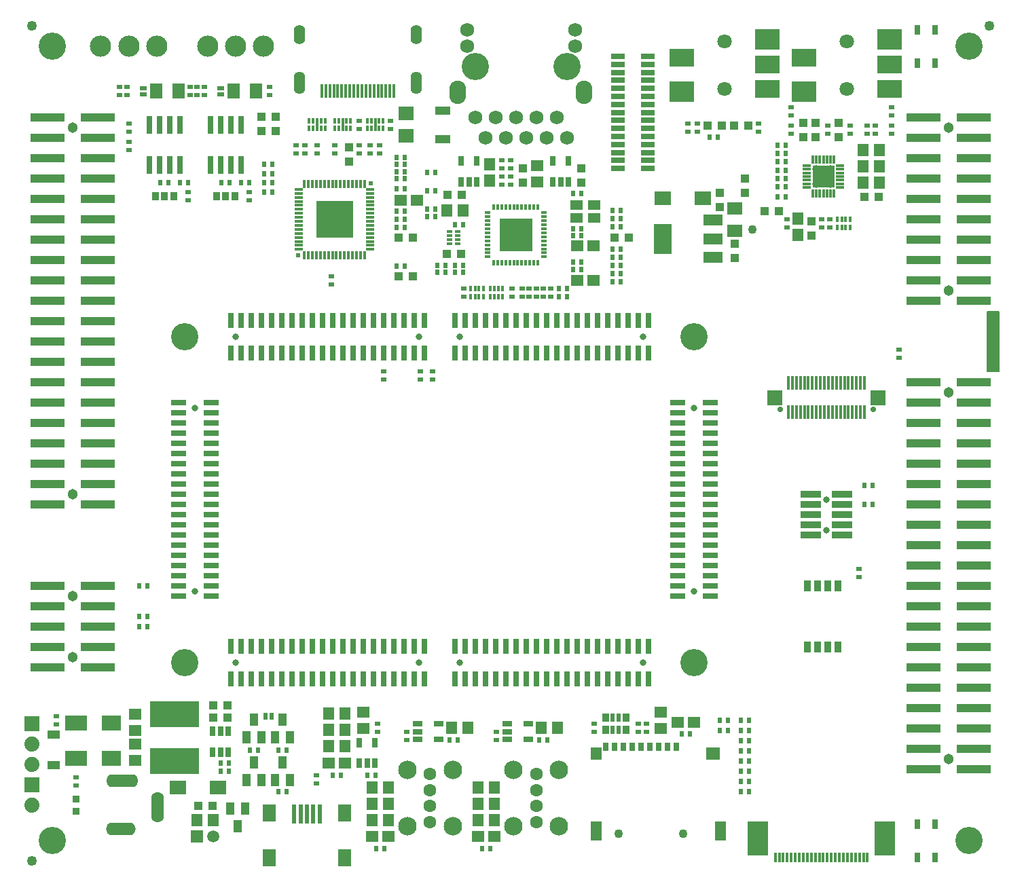
<source format=gbr>
G04 #@! TF.GenerationSoftware,KiCad,Pcbnew,5.1.0-rc2-unknown-036be7d~80~ubuntu16.04.1*
G04 #@! TF.CreationDate,2023-04-10T13:57:59+03:00*
G04 #@! TF.ProjectId,STMP15x-BASE-SOM-EVB_Rev_B,53544d50-3135-4782-9d42-4153452d534f,B*
G04 #@! TF.SameCoordinates,Original*
G04 #@! TF.FileFunction,Soldermask,Top*
G04 #@! TF.FilePolarity,Negative*
%FSLAX46Y46*%
G04 Gerber Fmt 4.6, Leading zero omitted, Abs format (unit mm)*
G04 Created by KiCad (PCBNEW 5.1.0-rc2-unknown-036be7d~80~ubuntu16.04.1) date 2023-04-10 13:57:59*
%MOMM*%
%LPD*%
G04 APERTURE LIST*
%ADD10C,0.100000*%
%ADD11R,0.700000X1.100000*%
%ADD12R,1.400000X1.600000*%
%ADD13R,1.800000X1.600000*%
%ADD14R,1.400000X2.400000*%
%ADD15C,1.101600*%
%ADD16R,0.861600X1.371600*%
%ADD17C,0.801600*%
%ADD18R,2.501600X0.861600*%
%ADD19R,0.751600X1.151600*%
%ADD20R,0.351600X1.301600*%
%ADD21R,2.601600X4.201600*%
%ADD22C,1.601600*%
%ADD23C,2.301600*%
%ADD24R,0.601600X2.351600*%
%ADD25R,1.501600X1.501600*%
%ADD26C,1.501600*%
%ADD27O,1.601600X3.801600*%
%ADD28O,3.701600X1.601600*%
%ADD29O,4.001600X1.601600*%
%ADD30C,1.879600*%
%ADD31R,1.879600X1.879600*%
%ADD32C,2.641600*%
%ADD33C,0.601600*%
%ADD34R,0.351600X1.001600*%
%ADD35R,1.001600X0.351600*%
%ADD36R,1.701600X1.701600*%
%ADD37R,4.601600X4.601600*%
%ADD38C,3.401600*%
%ADD39O,2.101600X2.901600*%
%ADD40C,1.751600*%
%ADD41R,1.751600X0.701600*%
%ADD42R,0.601600X0.651600*%
%ADD43R,1.524000X1.524000*%
%ADD44R,4.101600X4.101600*%
%ADD45R,0.751600X0.351600*%
%ADD46R,0.351600X0.751600*%
%ADD47C,1.801600*%
%ADD48R,3.101599X2.201600*%
%ADD49R,3.101599X2.601600*%
%ADD50R,1.371600X1.625600*%
%ADD51R,0.351600X1.701600*%
%ADD52C,0.701600*%
%ADD53R,1.901600X1.901600*%
%ADD54R,1.901600X0.801600*%
%ADD55R,1.117600X1.117600*%
%ADD56R,0.426600X0.726600*%
%ADD57R,0.351600X0.726600*%
%ADD58R,0.726600X0.426600*%
%ADD59R,0.726600X0.351600*%
%ADD60R,1.625600X1.371600*%
%ADD61R,1.301600X0.651600*%
%ADD62R,0.651600X0.601600*%
%ADD63O,1.401600X2.401600*%
%ADD64R,0.350000X1.700000*%
%ADD65O,1.401600X2.801600*%
%ADD66R,0.863600X1.117600*%
%ADD67R,0.609600X0.863600*%
%ADD68R,0.863600X0.609600*%
%ADD69R,2.101600X1.801600*%
%ADD70R,1.101600X1.501600*%
%ADD71R,0.901600X0.901600*%
%ADD72R,0.301600X0.776600*%
%ADD73R,0.401600X0.876600*%
%ADD74R,0.701600X2.301600*%
%ADD75R,2.336800X1.320800*%
%ADD76R,2.301600X3.701600*%
%ADD77C,1.254000*%
%ADD78R,1.879600X1.117600*%
%ADD79R,2.387600X1.879600*%
%ADD80R,1.501600X1.101600*%
%ADD81R,4.351600X1.101600*%
%ADD82C,1.301600*%
%ADD83R,2.801600X1.901600*%
%ADD84R,1.901600X1.701600*%
%ADD85R,0.801600X1.901600*%
%ADD86R,6.101600X3.301600*%
%ADD87C,3.401601*%
%ADD88R,1.501600X1.301600*%
%ADD89R,1.625600X1.879600*%
%ADD90R,1.879600X1.625600*%
%ADD91R,0.609600X1.117600*%
%ADD92R,0.651600X1.301600*%
%ADD93R,2.801600X2.801600*%
%ADD94C,0.991600*%
%ADD95C,1.701600*%
%ADD96R,1.001600X0.301600*%
%ADD97R,0.301600X1.001600*%
%ADD98C,0.203200*%
G04 APERTURE END LIST*
D10*
G36*
X115660000Y-136451000D02*
G01*
X115660000Y-138601000D01*
X117260000Y-138601000D01*
X117260000Y-136451000D01*
X115660000Y-136451000D01*
G37*
G36*
X115660000Y-142051000D02*
G01*
X115660000Y-144201000D01*
X117260000Y-144201000D01*
X117260000Y-142051000D01*
X115660000Y-142051000D01*
G37*
G36*
X106260000Y-136451000D02*
G01*
X106260000Y-138601000D01*
X107860000Y-138601000D01*
X107860000Y-136451000D01*
X106260000Y-136451000D01*
G37*
G36*
X106260000Y-142051000D02*
G01*
X106260000Y-144201000D01*
X107860000Y-144201000D01*
X107860000Y-142051000D01*
X106260000Y-142051000D01*
G37*
D11*
X149025000Y-129275000D03*
X150125000Y-129275000D03*
X151225000Y-129275000D03*
X152325000Y-129275000D03*
X153425000Y-129275000D03*
X154525000Y-129275000D03*
X155625000Y-129275000D03*
X156725000Y-129275000D03*
X157825000Y-129275000D03*
D12*
X147825000Y-130155000D03*
D13*
X162425000Y-130155000D03*
D14*
X147825000Y-139755000D03*
X163325000Y-139755000D03*
D15*
X158623000Y-140157200D03*
X150622000Y-140157200D03*
D16*
X177927000Y-116840000D03*
X176657000Y-116840000D03*
X175387000Y-116840000D03*
X174117000Y-116840000D03*
X174117000Y-109220000D03*
X175387000Y-109220000D03*
X176657000Y-109220000D03*
X177927000Y-109220000D03*
D17*
X176530000Y-102235000D03*
X176530000Y-98425000D03*
D18*
X174579500Y-101600000D03*
X174579500Y-100330000D03*
X174579500Y-97790000D03*
X174579500Y-99060000D03*
X174579500Y-102870000D03*
X178480500Y-97790000D03*
X178480500Y-99060000D03*
X178480500Y-100330000D03*
X178480500Y-101600000D03*
X178480500Y-102870000D03*
D19*
X187901000Y-43985000D03*
X187901000Y-39835000D03*
X190051000Y-43985000D03*
X190051000Y-39835000D03*
X187901000Y-143045000D03*
X187901000Y-138895000D03*
X190051000Y-143045000D03*
X190051000Y-138895000D03*
D20*
X181645000Y-143070000D03*
X181145000Y-143070000D03*
X180645000Y-143070000D03*
X180145000Y-143070000D03*
X179645000Y-143070000D03*
X179145000Y-143070000D03*
X178645000Y-143070000D03*
X178145000Y-143070000D03*
X177645000Y-143070000D03*
X177145000Y-143070000D03*
X176645000Y-143070000D03*
X176145000Y-143070000D03*
X175645000Y-143070000D03*
X175145000Y-143070000D03*
X174645000Y-143070000D03*
X174145000Y-143070000D03*
X173645000Y-143070000D03*
X173145000Y-143070000D03*
X172645000Y-143070000D03*
X172145000Y-143070000D03*
X171645000Y-143070000D03*
X171145000Y-143070000D03*
X170645000Y-143070000D03*
X170145000Y-143070000D03*
D21*
X183795000Y-140720000D03*
X167995000Y-140720000D03*
D22*
X140335000Y-132658600D03*
X140335000Y-134658600D03*
X140335000Y-136658600D03*
X140335000Y-138658600D03*
D23*
X143185000Y-139158600D03*
X137485000Y-139158600D03*
X143185000Y-132158600D03*
X137485000Y-132158600D03*
D22*
X127101600Y-132658601D03*
X127101600Y-134658601D03*
X127101600Y-136658601D03*
X127101600Y-138658601D03*
D23*
X129951600Y-139158601D03*
X124251600Y-139158601D03*
X129951600Y-132158601D03*
X124251600Y-132158601D03*
D24*
X113360000Y-137629000D03*
X112560000Y-137629000D03*
X111760000Y-137629000D03*
X110960000Y-137629000D03*
X110160000Y-137629000D03*
D25*
X98051620Y-140484860D03*
D26*
X100063300Y-140482320D03*
D27*
X93171999Y-136800000D03*
D28*
X88571999Y-139546000D03*
D29*
X88721999Y-133546000D03*
D30*
X77470000Y-136525000D03*
D31*
X77470000Y-133985000D03*
D30*
X77470000Y-131445000D03*
X77470000Y-128905000D03*
D31*
X77470000Y-126365000D03*
D32*
X93035000Y-41910000D03*
X86035000Y-41910000D03*
X89535000Y-41910000D03*
X106370000Y-41910000D03*
X99370000Y-41910000D03*
X102870000Y-41910000D03*
D33*
X110689000Y-68000000D03*
X119689000Y-59000000D03*
D34*
X111939000Y-67950000D03*
X111439000Y-67950000D03*
D35*
X110739000Y-65250000D03*
X110739000Y-64750000D03*
X110739000Y-64250000D03*
X110739000Y-63750000D03*
X110739000Y-63250000D03*
X110739000Y-62750000D03*
X110739000Y-62250000D03*
X110739000Y-61750000D03*
X110739000Y-61250000D03*
X110739000Y-60750000D03*
X110739000Y-60250000D03*
X110739000Y-59750000D03*
D34*
X113439000Y-59050000D03*
X113939000Y-59050000D03*
X114439000Y-59050000D03*
X114939000Y-59050000D03*
X115439000Y-59050000D03*
X115939000Y-59050000D03*
X116439000Y-59050000D03*
X116939000Y-59050000D03*
X117439000Y-59050000D03*
X117939000Y-59050000D03*
X118439000Y-59050000D03*
X118939000Y-59050000D03*
D35*
X119639000Y-61750000D03*
X119639000Y-62250000D03*
X119639000Y-62750000D03*
X119639000Y-63250000D03*
X119639000Y-63750000D03*
X119639000Y-64250000D03*
X119639000Y-64750000D03*
X119639000Y-65250000D03*
X119639000Y-65750000D03*
X119639000Y-66250000D03*
X119639000Y-66750000D03*
X119639000Y-67250000D03*
D34*
X118439000Y-67950000D03*
X117939000Y-67950000D03*
X117439000Y-67950000D03*
X118939000Y-67950000D03*
D35*
X110739000Y-66750000D03*
X110739000Y-66250000D03*
X110739000Y-67250000D03*
X110739000Y-65750000D03*
D34*
X112439000Y-59050000D03*
X112939000Y-59050000D03*
X111439000Y-59050000D03*
X111939000Y-59050000D03*
D35*
X119639000Y-59750000D03*
X119639000Y-61250000D03*
X119639000Y-60250000D03*
X119639000Y-60750000D03*
D36*
X115189000Y-63500000D03*
D37*
X115189000Y-63500000D03*
D34*
X116939000Y-67950000D03*
X116439000Y-67950000D03*
X115939000Y-67950000D03*
X115439000Y-67950000D03*
X114939000Y-67950000D03*
X114439000Y-67950000D03*
X113939000Y-67950000D03*
X113439000Y-67950000D03*
X112939000Y-67950000D03*
X112439000Y-67950000D03*
D38*
X144145000Y-44450000D03*
X132715000Y-44450000D03*
D39*
X146330000Y-47650000D03*
X130530000Y-47650000D03*
D40*
X145161000Y-39878000D03*
X145161000Y-41910000D03*
X131699000Y-39878000D03*
X131699000Y-41910000D03*
X144145000Y-53340000D03*
X142875000Y-50800000D03*
X141605000Y-53340000D03*
X140335000Y-50800000D03*
X139065000Y-53340000D03*
X137795000Y-50800000D03*
X136525000Y-53340000D03*
X135255000Y-50800000D03*
X133985000Y-53340000D03*
X132715000Y-50800000D03*
D41*
X154225000Y-48165000D03*
X154225000Y-49165000D03*
X154225000Y-45165000D03*
X154225000Y-51165000D03*
X154225000Y-44165000D03*
X154225000Y-47165000D03*
X154225000Y-57165000D03*
X154225000Y-43165000D03*
X154225000Y-53165000D03*
X154225000Y-54165000D03*
X154225000Y-52165000D03*
X154225000Y-55165000D03*
X154225000Y-50165000D03*
X154225000Y-46165000D03*
X154225000Y-56165000D03*
X150575000Y-57165000D03*
X150575000Y-53165000D03*
X150575000Y-54165000D03*
X150575000Y-56165000D03*
X150575000Y-55165000D03*
X150575000Y-50165000D03*
X150575000Y-49165000D03*
X150575000Y-51165000D03*
X150575000Y-52165000D03*
X150575000Y-48165000D03*
X150575000Y-47165000D03*
X150575000Y-46165000D03*
X150575000Y-45165000D03*
X150575000Y-44165000D03*
X150575000Y-43165000D03*
D42*
X164211000Y-127254000D03*
X163195000Y-127254000D03*
X164211000Y-125984000D03*
X163195000Y-125984000D03*
D43*
X137795000Y-65430400D03*
D44*
X137795000Y-65430400D03*
D45*
X141270000Y-62680400D03*
X141270000Y-63180400D03*
X141270000Y-63680400D03*
X141270000Y-64180400D03*
X141270000Y-64680400D03*
X141270000Y-65180400D03*
X141270000Y-65680400D03*
X141270000Y-66180400D03*
X141270000Y-66680400D03*
X141270000Y-67180400D03*
X141270000Y-67680400D03*
X141270000Y-68180400D03*
D46*
X140545000Y-68905400D03*
X140045000Y-68905400D03*
X139545000Y-68905400D03*
X139045000Y-68905400D03*
X138545000Y-68905400D03*
X138045000Y-68905400D03*
X137545000Y-68905400D03*
X137045000Y-68905400D03*
X136545000Y-68905400D03*
X136045000Y-68905400D03*
X135545000Y-68905400D03*
X135045000Y-68905400D03*
D45*
X134320000Y-68180400D03*
X134320000Y-67680400D03*
X134320000Y-67180400D03*
X134320000Y-66680400D03*
X134320000Y-66180400D03*
X134320000Y-65680400D03*
X134320000Y-65180400D03*
X134320000Y-64680400D03*
X134320000Y-64180400D03*
X134320000Y-63680400D03*
X134320000Y-63180400D03*
X134320000Y-62680400D03*
D46*
X135045000Y-61955400D03*
X135545000Y-61955400D03*
X136045000Y-61955400D03*
X136545000Y-61955400D03*
X137045000Y-61955400D03*
X137545000Y-61955400D03*
X138045000Y-61955400D03*
X138545000Y-61955400D03*
X139045000Y-61955400D03*
X139545000Y-61955400D03*
X140045000Y-61955400D03*
X140545000Y-61955400D03*
D47*
X163830000Y-47275000D03*
X163830000Y-41275000D03*
D48*
X169130000Y-44175000D03*
X158530000Y-43375000D03*
X169130000Y-47275000D03*
D49*
X158530000Y-47575000D03*
X169130000Y-41075000D03*
D47*
X179070000Y-47275000D03*
X179070000Y-41275000D03*
D48*
X184370000Y-44175000D03*
X173770000Y-43375000D03*
X184370000Y-47275000D03*
D49*
X173770000Y-47575000D03*
X184370000Y-41075000D03*
D50*
X129794000Y-126873000D03*
X131826000Y-126873000D03*
D42*
X123952000Y-63500000D03*
X122936000Y-63500000D03*
D51*
X175780000Y-87525000D03*
X177280000Y-83925000D03*
X181280000Y-87525000D03*
X175280000Y-83925000D03*
X174280000Y-87525000D03*
X181280000Y-83925000D03*
X171780000Y-83925000D03*
X174780000Y-83925000D03*
X171780000Y-87525000D03*
X178280000Y-83925000D03*
X177780000Y-83925000D03*
X172780000Y-83925000D03*
X175780000Y-83925000D03*
X173280000Y-83925000D03*
X173280000Y-87525000D03*
X177780000Y-87525000D03*
X173780000Y-83925000D03*
X173780000Y-87525000D03*
X178780000Y-83925000D03*
X175280000Y-87525000D03*
X172780000Y-87525000D03*
X177280000Y-87525000D03*
X176280000Y-87525000D03*
X176280000Y-83925000D03*
X172280000Y-83925000D03*
X180280000Y-87525000D03*
X172280000Y-87525000D03*
X176780000Y-87525000D03*
X179780000Y-87525000D03*
X176780000Y-83925000D03*
X179280000Y-83925000D03*
X180280000Y-83925000D03*
X179780000Y-83925000D03*
X174280000Y-83925000D03*
X179280000Y-87525000D03*
X178780000Y-87525000D03*
X174780000Y-87525000D03*
X178280000Y-87525000D03*
X180780000Y-83925000D03*
X180780000Y-87525000D03*
D52*
X170730000Y-87225000D03*
X182330000Y-87225000D03*
D53*
X170130000Y-85725000D03*
X182930000Y-85725000D03*
D17*
X160020000Y-109855000D03*
D54*
X162052000Y-110490000D03*
X157988000Y-110490000D03*
X162052000Y-109220000D03*
X157988000Y-109220000D03*
X162052000Y-107950000D03*
X157988000Y-107950000D03*
X162052000Y-106680000D03*
X157988000Y-106680000D03*
X162052000Y-105410000D03*
X157988000Y-105410000D03*
X162052000Y-104140000D03*
X157988000Y-104140000D03*
X162052000Y-102870000D03*
X157988000Y-102870000D03*
X162052000Y-101600000D03*
X157988000Y-101600000D03*
X162052000Y-100330000D03*
X157988000Y-100330000D03*
X162052000Y-99060000D03*
X157988000Y-99060000D03*
X157988000Y-86360000D03*
X162052000Y-86360000D03*
X157988000Y-87630000D03*
X162052000Y-87630000D03*
X157988000Y-88900000D03*
X162052000Y-88900000D03*
X157988000Y-90170000D03*
X162052000Y-90170000D03*
X157988000Y-91440000D03*
X162052000Y-91440000D03*
X157988000Y-92710000D03*
X162052000Y-92710000D03*
X157988000Y-93980000D03*
X162052000Y-93980000D03*
X157988000Y-95250000D03*
X162052000Y-95250000D03*
X157988000Y-96520000D03*
X162052000Y-96520000D03*
X157988000Y-97790000D03*
X162052000Y-97790000D03*
D17*
X160020000Y-86995000D03*
D15*
X167259000Y-64770000D03*
D42*
X182245000Y-96647000D03*
X181229000Y-96647000D03*
D55*
X129286000Y-60452000D03*
X131064000Y-60452000D03*
D42*
X159512000Y-127635000D03*
X158496000Y-127635000D03*
D56*
X136172000Y-72131500D03*
X136172000Y-73156500D03*
D57*
X135632000Y-72131500D03*
X135632000Y-73156500D03*
X135132000Y-72131500D03*
X135132000Y-73156500D03*
D56*
X134592000Y-72131500D03*
X134592000Y-73156500D03*
D58*
X130560500Y-66576000D03*
X129535500Y-66576000D03*
D59*
X130560500Y-66036000D03*
X129535500Y-66036000D03*
X130560500Y-65536000D03*
X129535500Y-65536000D03*
D58*
X130560500Y-64996000D03*
X129535500Y-64996000D03*
D42*
X131191000Y-69215000D03*
X130175000Y-69215000D03*
X150876000Y-71247000D03*
X149860000Y-71247000D03*
D60*
X116459000Y-131318000D03*
X114427000Y-131318000D03*
D61*
X139349001Y-128331000D03*
X139349001Y-126431000D03*
X136749001Y-128331000D03*
X136749001Y-127381000D03*
X136749001Y-126431000D03*
D42*
X122936000Y-57531000D03*
X123952000Y-57531000D03*
X120396000Y-141986000D03*
X121412000Y-141986000D03*
X143129000Y-73152000D03*
X144145000Y-73152000D03*
X149860000Y-67183000D03*
X150876000Y-67183000D03*
D62*
X136017000Y-56134000D03*
X136017000Y-57150000D03*
X137160000Y-56134000D03*
X137160000Y-57150000D03*
D63*
X125410000Y-40460000D03*
D64*
X122610000Y-47460000D03*
X122110000Y-47460000D03*
X121610000Y-47460000D03*
X121110000Y-47460000D03*
X120610000Y-47460000D03*
X120110000Y-47460000D03*
X119610000Y-47460000D03*
X119110000Y-47460000D03*
X118610000Y-47460000D03*
X118110000Y-47460000D03*
X117610000Y-47460000D03*
X117110000Y-47460000D03*
X116610000Y-47460000D03*
X116110000Y-47460000D03*
X115610000Y-47460000D03*
X115110000Y-47460000D03*
X114610000Y-47460000D03*
X114110000Y-47460000D03*
X113610000Y-47460000D03*
D63*
X110810000Y-40460000D03*
D65*
X110810000Y-46510000D03*
X125410000Y-46510000D03*
D66*
X95123000Y-60579000D03*
X93980000Y-60579000D03*
X92837000Y-60579000D03*
D67*
X106553000Y-125476000D03*
X107315000Y-125476000D03*
D55*
X98171000Y-136652000D03*
X99949000Y-136652000D03*
X101854000Y-124079000D03*
X100076000Y-124079000D03*
D62*
X118237000Y-55245000D03*
X118237000Y-54229000D03*
D42*
X122936000Y-59690000D03*
X123952000Y-59690000D03*
X123952000Y-69342000D03*
X122936000Y-69342000D03*
X106426000Y-58928000D03*
X107442000Y-58928000D03*
X123952000Y-64516000D03*
X122936000Y-64516000D03*
X106426000Y-60071000D03*
X107442000Y-60071000D03*
D62*
X114808000Y-71628000D03*
X114808000Y-70612000D03*
X113030000Y-55245000D03*
X113030000Y-54229000D03*
X115189000Y-54229000D03*
X115189000Y-55245000D03*
D42*
X123952000Y-56642000D03*
X122936000Y-56642000D03*
D62*
X172085000Y-52832000D03*
X172085000Y-51816000D03*
X175895000Y-63500000D03*
X175895000Y-64516000D03*
X176911000Y-64516000D03*
X176911000Y-63500000D03*
D42*
X171450000Y-56261000D03*
X170434000Y-56261000D03*
D62*
X176657000Y-51816000D03*
X176657000Y-52832000D03*
D55*
X178054000Y-51435000D03*
X178054000Y-53213000D03*
D62*
X168021000Y-52578000D03*
X168021000Y-51562000D03*
D42*
X166878000Y-134874000D03*
X165862000Y-134874000D03*
X165862000Y-131064000D03*
X166878000Y-131064000D03*
X165862000Y-129794000D03*
X166878000Y-129794000D03*
X165862000Y-125984000D03*
X166878000Y-125984000D03*
D62*
X159258000Y-52578000D03*
X159258000Y-51562000D03*
D55*
X138684000Y-58928000D03*
X138684000Y-57150000D03*
D62*
X137160000Y-59182000D03*
X137160000Y-58166000D03*
D42*
X145923000Y-65532000D03*
X144907000Y-65532000D03*
D62*
X140335000Y-72136000D03*
X140335000Y-73152000D03*
D42*
X145923000Y-68834000D03*
X144907000Y-68834000D03*
X131191000Y-64135000D03*
X130175000Y-64135000D03*
D62*
X137287000Y-73152000D03*
X137287000Y-72136000D03*
D55*
X151892000Y-65786000D03*
X150114000Y-65786000D03*
D42*
X114935000Y-132842000D03*
X115951000Y-132842000D03*
X128016000Y-70104000D03*
X129032000Y-70104000D03*
D68*
X91313000Y-47879000D03*
X91313000Y-47117000D03*
D69*
X95671000Y-134366000D03*
X100671000Y-134366000D03*
D70*
X104206040Y-133441440D03*
X106108500Y-133441440D03*
X105153460Y-131231640D03*
D50*
X172974000Y-65405000D03*
X172974000Y-63373000D03*
D60*
X123444000Y-61087000D03*
X125476000Y-61087000D03*
X145415000Y-66802000D03*
X147447000Y-66802000D03*
D71*
X82931000Y-135763000D03*
X82931000Y-137287000D03*
D42*
X108204000Y-134874000D03*
X109220000Y-134874000D03*
X100965000Y-132334000D03*
X101981000Y-132334000D03*
X100965000Y-131318000D03*
X101981000Y-131318000D03*
X104648000Y-129667000D03*
X105664000Y-129667000D03*
D62*
X89535000Y-53848000D03*
X89535000Y-54864000D03*
X180594000Y-107061000D03*
X180594000Y-108077000D03*
X82931000Y-134112000D03*
X82931000Y-133096000D03*
D42*
X171450000Y-60706000D03*
X170434000Y-60706000D03*
X171450000Y-59436000D03*
X170434000Y-59436000D03*
X107442000Y-57785000D03*
X106426000Y-57785000D03*
X106426000Y-56642000D03*
X107442000Y-56642000D03*
X123952000Y-62484000D03*
X122936000Y-62484000D03*
X170434000Y-58420000D03*
X171450000Y-58420000D03*
X170434000Y-57404000D03*
X171450000Y-57404000D03*
D62*
X171577000Y-64516000D03*
X171577000Y-63500000D03*
D42*
X122936000Y-58420000D03*
X123952000Y-58420000D03*
X122936000Y-55753000D03*
X123952000Y-55753000D03*
D62*
X111506000Y-55245000D03*
X111506000Y-54229000D03*
X184658000Y-50546000D03*
X184658000Y-49530000D03*
X181610000Y-52832000D03*
X181610000Y-51816000D03*
X172085000Y-50546000D03*
X172085000Y-49530000D03*
X118237000Y-52197000D03*
X118237000Y-51181000D03*
X119634000Y-54229000D03*
X119634000Y-55245000D03*
X120777000Y-55245000D03*
X120777000Y-54229000D03*
X122174000Y-52197000D03*
X122174000Y-51181000D03*
X110363000Y-55245000D03*
X110363000Y-54229000D03*
X179451000Y-52832000D03*
X179451000Y-51816000D03*
D42*
X161925000Y-53213000D03*
X162941000Y-53213000D03*
X166878000Y-133604000D03*
X165862000Y-133604000D03*
X166878000Y-132334000D03*
X165862000Y-132334000D03*
D62*
X160401000Y-51562000D03*
X160401000Y-52578000D03*
X89280999Y-48006000D03*
X89280999Y-46990000D03*
X88391999Y-46990000D03*
X88391999Y-48006000D03*
X98933000Y-48006000D03*
X98933000Y-46990000D03*
X98044000Y-46990000D03*
X98044000Y-48006000D03*
D42*
X165862000Y-127254000D03*
X166878000Y-127254000D03*
D62*
X97155000Y-46990000D03*
X97155000Y-48006000D03*
X107061000Y-48006000D03*
X107061000Y-46990000D03*
D42*
X90805000Y-114300000D03*
X91821000Y-114300000D03*
X104521000Y-58928000D03*
X103505000Y-58928000D03*
D62*
X96901000Y-61087000D03*
X96901000Y-60071000D03*
X104521000Y-60071000D03*
X104521000Y-61087000D03*
D42*
X91821000Y-113030000D03*
X90805000Y-113030000D03*
X90805000Y-109220000D03*
X91821000Y-109220000D03*
X149860000Y-62357000D03*
X150876000Y-62357000D03*
X149860000Y-63373000D03*
X150876000Y-63373000D03*
D62*
X120523000Y-126365000D03*
X120523000Y-127381000D03*
D42*
X140716000Y-128397000D03*
X141732000Y-128397000D03*
D62*
X80518000Y-125476000D03*
X80518000Y-126492000D03*
D42*
X119253000Y-132842000D03*
X120269000Y-132842000D03*
D62*
X124206000Y-127381001D03*
X124206000Y-128397001D03*
X135382000Y-128397000D03*
X135382000Y-127381000D03*
D42*
X181229000Y-99060000D03*
X182245000Y-99060000D03*
X150876000Y-68199000D03*
X149860000Y-68199000D03*
X149860000Y-69215000D03*
X150876000Y-69215000D03*
X127762000Y-62230000D03*
X126746000Y-62230000D03*
X127762000Y-63119000D03*
X126746000Y-63119000D03*
X127762000Y-57658000D03*
X126746000Y-57658000D03*
X126746000Y-59944000D03*
X127762000Y-59944000D03*
D62*
X112903000Y-133858000D03*
X112903000Y-132842000D03*
X141224000Y-72136000D03*
X141224000Y-73152000D03*
X142113000Y-73152000D03*
X142113000Y-72136000D03*
X139446000Y-73152000D03*
X139446000Y-72136000D03*
X138557000Y-73152000D03*
X138557000Y-72136000D03*
X185547000Y-80772000D03*
X185547000Y-79756000D03*
D56*
X133759000Y-72131500D03*
X133759000Y-73156500D03*
D57*
X133219000Y-72131500D03*
X133219000Y-73156500D03*
X132719000Y-72131500D03*
X132719000Y-73156500D03*
D56*
X132179000Y-72131500D03*
X132179000Y-73156500D03*
D72*
X119269000Y-52126500D03*
X119769000Y-52126500D03*
D73*
X120269000Y-52076500D03*
D72*
X120769000Y-52126500D03*
X121269000Y-52126500D03*
X121269000Y-51251500D03*
X120769000Y-51251500D03*
D73*
X120269000Y-51301500D03*
D72*
X119769000Y-51251500D03*
X119269000Y-51251500D03*
D74*
X99695000Y-56729000D03*
X100965000Y-56729000D03*
X102235000Y-56729000D03*
X103505000Y-56729000D03*
X103505000Y-51729000D03*
X102235000Y-51729000D03*
X100965000Y-51729000D03*
X99695000Y-51729000D03*
D75*
X162356800Y-68224400D03*
X162356800Y-65913000D03*
X162356800Y-63601600D03*
D76*
X156159000Y-65913000D03*
D70*
X104206040Y-128107440D03*
X106108500Y-128107440D03*
X105153460Y-125897640D03*
D77*
X77470000Y-143510000D03*
X77470000Y-39370000D03*
X196850000Y-39370000D03*
D42*
X166878000Y-128524000D03*
X165862000Y-128524000D03*
X131191000Y-70104000D03*
X130175000Y-70104000D03*
D62*
X147574000Y-127381000D03*
X147574000Y-126365000D03*
D42*
X95885000Y-58928000D03*
X96901000Y-58928000D03*
D66*
X102743000Y-60579000D03*
X101600000Y-60579000D03*
X100457000Y-60579000D03*
D50*
X100076000Y-138430000D03*
X98044000Y-138430000D03*
D60*
X90297000Y-127254000D03*
X90297000Y-125222000D03*
X90297000Y-130937000D03*
X90297000Y-128905000D03*
D55*
X101854000Y-125603000D03*
X100076000Y-125603000D03*
X173609000Y-53213000D03*
X173609000Y-51435000D03*
X175133000Y-51435001D03*
X175133000Y-53213001D03*
X116967000Y-56261000D03*
X116967000Y-54483000D03*
X123190000Y-70612000D03*
X124968000Y-70612000D03*
X123190000Y-65786000D03*
X124968000Y-65786000D03*
D62*
X184658000Y-52832000D03*
X184658000Y-51816000D03*
X182626000Y-51816000D03*
X182626000Y-52832000D03*
D55*
X174625000Y-63754000D03*
X174625000Y-65532000D03*
X181229001Y-60706000D03*
X183007001Y-60706000D03*
D50*
X181102001Y-56896000D03*
X183134001Y-56896000D03*
X181102001Y-58928000D03*
X183134001Y-58928000D03*
X183134001Y-54864000D03*
X181102001Y-54864000D03*
D55*
X164973000Y-51816000D03*
X166751000Y-51816000D03*
X161671000Y-51816000D03*
X163449000Y-51816000D03*
D42*
X94488000Y-58928000D03*
X93472000Y-58928000D03*
X102108000Y-58928000D03*
X101092000Y-58928000D03*
D55*
X165100000Y-68326000D03*
X165100000Y-66548000D03*
D42*
X145923000Y-60274200D03*
X144907000Y-60274200D03*
X144907000Y-64643000D03*
X145923000Y-64643000D03*
D55*
X163195000Y-60198000D03*
X163195000Y-61976000D03*
D60*
X140462000Y-58801000D03*
X140462000Y-56769000D03*
D62*
X136017000Y-59182000D03*
X136017000Y-58166000D03*
D50*
X129159000Y-62357000D03*
X131191000Y-62357000D03*
D55*
X129159000Y-67818000D03*
X130937000Y-67818000D03*
D62*
X131318000Y-73152000D03*
X131318000Y-72136000D03*
D42*
X145923000Y-69723000D03*
X144907000Y-69723000D03*
D60*
X118745000Y-127000000D03*
X118745000Y-124968000D03*
D50*
X143002000Y-126873000D03*
X140970000Y-126873000D03*
X114427000Y-129159000D03*
X116459000Y-129159000D03*
X121920000Y-138430000D03*
X119888000Y-138430000D03*
X133096000Y-138430000D03*
X135128000Y-138430000D03*
X114427000Y-127127000D03*
X116459000Y-127127000D03*
X119888000Y-136398000D03*
X121920000Y-136398000D03*
X135128000Y-136398000D03*
X133096000Y-136398000D03*
X116459000Y-125095000D03*
X114427000Y-125095000D03*
X121920000Y-134366000D03*
X119888000Y-134366000D03*
X135128000Y-134366000D03*
X133096000Y-134366000D03*
D42*
X134620000Y-141986000D03*
X133604000Y-141986000D03*
D78*
X128651000Y-53467000D03*
X128651000Y-49911000D03*
D60*
X155829000Y-124968000D03*
X155829000Y-127000000D03*
D68*
X100965000Y-47879000D03*
X100965000Y-47117000D03*
D79*
X87376000Y-126347000D03*
X87376000Y-130701000D03*
D69*
X156123000Y-60833000D03*
X161123000Y-60833000D03*
D80*
X80137000Y-131567000D03*
X80137000Y-127767000D03*
D81*
X188645000Y-83820000D03*
X194895000Y-83820000D03*
X188645000Y-86360000D03*
X194895000Y-86360000D03*
X188645000Y-88900000D03*
X194895000Y-88900000D03*
X188645000Y-91440000D03*
X194895000Y-91440000D03*
X188645000Y-93980000D03*
X194895000Y-93980000D03*
X188645000Y-96520000D03*
X194895000Y-96520000D03*
X188645000Y-99060000D03*
X194895000Y-99060000D03*
X188645000Y-101600000D03*
X194895000Y-101600000D03*
X188645000Y-104140000D03*
X194895000Y-104140000D03*
X188645000Y-106680000D03*
X194895000Y-106680000D03*
X188645000Y-109220000D03*
X194895000Y-109220000D03*
X188645000Y-111760000D03*
X194895000Y-111760000D03*
X188645000Y-114300000D03*
X194895000Y-114300000D03*
X188645000Y-116840000D03*
X194895000Y-116840000D03*
X188645000Y-119380000D03*
X194895000Y-119380000D03*
X188645000Y-121920000D03*
X194895000Y-121920000D03*
X188645000Y-124460000D03*
X194895000Y-124460000D03*
X188645000Y-127000000D03*
X194895000Y-127000000D03*
X188645000Y-129540000D03*
X194895000Y-129540000D03*
X188645000Y-132080000D03*
X194895000Y-132080000D03*
D82*
X191770000Y-85090000D03*
X191770000Y-130810000D03*
D81*
X188645000Y-50800000D03*
X194895000Y-50800000D03*
X188645000Y-53340000D03*
X194895000Y-53340000D03*
X188645000Y-55880000D03*
X194895000Y-55880000D03*
X188645000Y-58420000D03*
X194895000Y-58420000D03*
X188645000Y-60960000D03*
X194895000Y-60960000D03*
X188645000Y-63500000D03*
X194895000Y-63500000D03*
X188645000Y-66040000D03*
X194895000Y-66040000D03*
X188645000Y-68580000D03*
X194895000Y-68580000D03*
X188645000Y-71120000D03*
X194895000Y-71120000D03*
X188645000Y-73660000D03*
X194895000Y-73660000D03*
D82*
X191770000Y-52070000D03*
X191770000Y-72390000D03*
D70*
X108709460Y-125897640D03*
X109664500Y-128107440D03*
X107762040Y-128107440D03*
D83*
X82931000Y-126324000D03*
X82931000Y-130724000D03*
D84*
X124079000Y-53089000D03*
X124079000Y-50289000D03*
D17*
X97790000Y-109855000D03*
D54*
X99822000Y-110490000D03*
X95758000Y-110490000D03*
X99822000Y-109220000D03*
X95758000Y-109220000D03*
X99822000Y-107950000D03*
X95758000Y-107950000D03*
X99822000Y-106680000D03*
X95758000Y-106680000D03*
X99822000Y-105410000D03*
X95758000Y-105410000D03*
X99822000Y-104140000D03*
X95758000Y-104140000D03*
X99822000Y-102870000D03*
X95758000Y-102870000D03*
X99822000Y-101600000D03*
X95758000Y-101600000D03*
X99822000Y-100330000D03*
X95758000Y-100330000D03*
X99822000Y-99060000D03*
X95758000Y-99060000D03*
X95758000Y-86360000D03*
X99822000Y-86360000D03*
X95758000Y-87630000D03*
X99822000Y-87630000D03*
X95758000Y-88900000D03*
X99822000Y-88900000D03*
X95758000Y-90170000D03*
X99822000Y-90170000D03*
X95758000Y-91440000D03*
X99822000Y-91440000D03*
X95758000Y-92710000D03*
X99822000Y-92710000D03*
X95758000Y-93980000D03*
X99822000Y-93980000D03*
X95758000Y-95250000D03*
X99822000Y-95250000D03*
X95758000Y-96520000D03*
X99822000Y-96520000D03*
X95758000Y-97790000D03*
X99822000Y-97790000D03*
D17*
X97790000Y-86995000D03*
X102870000Y-118745000D03*
D85*
X113665000Y-116713000D03*
X113665000Y-120777000D03*
X112395000Y-116713000D03*
X112395000Y-120777000D03*
X111125000Y-116713000D03*
X111125000Y-120777000D03*
X109855000Y-116713000D03*
X109855000Y-120777000D03*
X108585000Y-116713000D03*
X108585000Y-120777000D03*
X107315000Y-116713000D03*
X107315000Y-120777000D03*
X106045000Y-116713000D03*
X106045000Y-120777000D03*
X104775000Y-116713000D03*
X104775000Y-120777000D03*
X103505000Y-116713000D03*
X103505000Y-120777000D03*
X102235000Y-116713000D03*
X102235000Y-120777000D03*
X114935000Y-120777000D03*
X114935000Y-116713000D03*
X116205000Y-120777000D03*
X116205000Y-116713000D03*
X117475000Y-120777000D03*
X117475000Y-116713000D03*
X118745000Y-120777000D03*
X118745000Y-116713000D03*
X120015000Y-120777000D03*
X120015000Y-116713000D03*
X121285000Y-120777000D03*
X121285000Y-116713000D03*
X122555000Y-120777000D03*
X122555000Y-116713000D03*
X123825000Y-120777000D03*
X123825000Y-116713000D03*
X125095000Y-120777000D03*
X125095000Y-116713000D03*
X126365000Y-120777000D03*
X126365000Y-116713000D03*
D17*
X125730000Y-118745000D03*
X153670000Y-118745000D03*
D85*
X154305000Y-116713000D03*
X154305000Y-120777000D03*
X153035000Y-116713000D03*
X153035000Y-120777000D03*
X151765000Y-116713000D03*
X151765000Y-120777000D03*
X150495000Y-116713000D03*
X150495000Y-120777000D03*
X149225000Y-116713000D03*
X149225000Y-120777000D03*
X147955000Y-116713000D03*
X147955000Y-120777000D03*
X146685000Y-116713000D03*
X146685000Y-120777000D03*
X145415000Y-116713000D03*
X145415000Y-120777000D03*
X144145000Y-116713000D03*
X144145000Y-120777000D03*
X142875000Y-116713000D03*
X142875000Y-120777000D03*
X130175000Y-120777000D03*
X130175000Y-116713000D03*
X131445000Y-120777000D03*
X131445000Y-116713000D03*
X132715000Y-120777000D03*
X132715000Y-116713000D03*
X133985000Y-120777000D03*
X133985000Y-116713000D03*
X135255000Y-120777000D03*
X135255000Y-116713000D03*
X136525000Y-120777000D03*
X136525000Y-116713000D03*
X137795000Y-120777000D03*
X137795000Y-116713000D03*
X139065000Y-120777000D03*
X139065000Y-116713000D03*
X140335000Y-120777000D03*
X140335000Y-116713000D03*
X141605000Y-120777000D03*
X141605000Y-116713000D03*
D17*
X130810000Y-118745000D03*
X130810000Y-78105000D03*
D85*
X141605000Y-76073000D03*
X141605000Y-80137000D03*
X140335000Y-76073000D03*
X140335000Y-80137000D03*
X139065000Y-76073000D03*
X139065000Y-80137000D03*
X137795000Y-76073000D03*
X137795000Y-80137000D03*
X136525000Y-76073000D03*
X136525000Y-80137000D03*
X135255000Y-76073000D03*
X135255000Y-80137000D03*
X133985000Y-76073000D03*
X133985000Y-80137000D03*
X132715000Y-76073000D03*
X132715000Y-80137000D03*
X131445000Y-76073000D03*
X131445000Y-80137000D03*
X130175000Y-76073000D03*
X130175000Y-80137000D03*
X142875000Y-80137000D03*
X142875000Y-76073000D03*
X144145000Y-80137000D03*
X144145000Y-76073000D03*
X145415000Y-80137000D03*
X145415000Y-76073000D03*
X146685000Y-80137000D03*
X146685000Y-76073000D03*
X147955000Y-80137000D03*
X147955000Y-76073000D03*
X149225000Y-80137000D03*
X149225000Y-76073000D03*
X150495000Y-80137000D03*
X150495000Y-76073000D03*
X151765000Y-80137000D03*
X151765000Y-76073000D03*
X153035000Y-80137000D03*
X153035000Y-76073000D03*
X154305000Y-80137000D03*
X154305000Y-76073000D03*
D17*
X153670000Y-78105000D03*
X102870000Y-78105000D03*
D85*
X113665000Y-76073000D03*
X113665000Y-80137000D03*
X112395000Y-76073000D03*
X112395000Y-80137000D03*
X111125000Y-76073000D03*
X111125000Y-80137000D03*
X109855000Y-76073000D03*
X109855000Y-80137000D03*
X108585000Y-76073000D03*
X108585000Y-80137000D03*
X107315000Y-76073000D03*
X107315000Y-80137000D03*
X106045000Y-76073000D03*
X106045000Y-80137000D03*
X104775000Y-76073000D03*
X104775000Y-80137000D03*
X103505000Y-76073000D03*
X103505000Y-80137000D03*
X102235000Y-76073000D03*
X102235000Y-80137000D03*
X114935000Y-80137000D03*
X114935000Y-76073000D03*
X116205000Y-80137000D03*
X116205000Y-76073000D03*
X117475000Y-80137000D03*
X117475000Y-76073000D03*
X118745000Y-80137000D03*
X118745000Y-76073000D03*
X120015000Y-80137000D03*
X120015000Y-76073000D03*
X121285000Y-80137000D03*
X121285000Y-76073000D03*
X122555000Y-80137000D03*
X122555000Y-76073000D03*
X123825000Y-80137000D03*
X123825000Y-76073000D03*
X125095000Y-80137000D03*
X125095000Y-76073000D03*
X126365000Y-80137000D03*
X126365000Y-76073000D03*
D17*
X125730000Y-78105000D03*
D86*
X95250000Y-125243000D03*
X95250000Y-131043000D03*
D60*
X145415000Y-71120000D03*
X147447000Y-71120000D03*
D50*
X134493000Y-58674000D03*
X134493000Y-56642000D03*
D60*
X121920000Y-140462000D03*
X119888000Y-140462000D03*
X135128000Y-140462000D03*
X133096000Y-140462000D03*
D42*
X143129000Y-72136000D03*
X144145000Y-72136000D03*
X128016000Y-69215000D03*
X129032000Y-69215000D03*
D60*
X157988000Y-126238000D03*
X160020000Y-126238000D03*
D82*
X82550000Y-52070000D03*
X82550000Y-97790000D03*
D81*
X79425000Y-50800000D03*
X85675000Y-50800000D03*
X79425000Y-53340000D03*
X85675000Y-53340000D03*
X79425000Y-55880000D03*
X85675000Y-55880000D03*
X79425000Y-58420000D03*
X85675000Y-58420000D03*
X79425000Y-60960000D03*
X85675000Y-60960000D03*
X79425000Y-63500000D03*
X85675000Y-63500000D03*
X79425000Y-66040000D03*
X85675000Y-66040000D03*
X79425000Y-68580000D03*
X85675000Y-68580000D03*
X79425000Y-71120000D03*
X85675000Y-71120000D03*
X79425000Y-73660000D03*
X85675000Y-73660000D03*
X79425000Y-76200000D03*
X85675000Y-76200000D03*
X79425000Y-78740000D03*
X85675000Y-78740000D03*
X79425000Y-81280000D03*
X85675000Y-81280000D03*
X79425000Y-83820000D03*
X85675000Y-83820000D03*
X79425000Y-86360000D03*
X85675000Y-86360000D03*
X79425000Y-88900000D03*
X85675000Y-88900000D03*
X79425000Y-91440000D03*
X85675000Y-91440000D03*
X79425000Y-93980000D03*
X85675000Y-93980000D03*
X79425000Y-96520000D03*
X85675000Y-96520000D03*
X79425000Y-99060000D03*
X85675000Y-99060000D03*
D87*
X96520000Y-118745000D03*
X160020000Y-118745000D03*
X160020000Y-78105000D03*
X96520000Y-78105000D03*
X80010000Y-140970000D03*
X194310000Y-140970000D03*
X194310000Y-41910000D03*
X80010000Y-41910000D03*
D88*
X147531000Y-61684000D03*
X145331000Y-63284000D03*
X145331000Y-61684000D03*
X147531000Y-63284000D03*
D42*
X109220000Y-129667000D03*
X108204000Y-129667000D03*
D62*
X89535000Y-51562000D03*
X89535000Y-52578000D03*
D89*
X92964000Y-47498000D03*
X95758000Y-47498000D03*
X105410000Y-47498000D03*
X102616000Y-47498000D03*
D90*
X165100000Y-64897000D03*
X165100000Y-62103000D03*
D55*
X145923000Y-57150000D03*
X145923000Y-58928000D03*
D42*
X149860000Y-64389000D03*
X150876000Y-64389000D03*
X149860000Y-70231000D03*
X150876000Y-70231000D03*
X130556000Y-128397000D03*
X129540000Y-128397000D03*
D62*
X153035000Y-126365000D03*
X153035000Y-127381000D03*
X154051000Y-127381000D03*
X154051000Y-126365000D03*
D56*
X177899000Y-64520500D03*
X177899000Y-63495500D03*
D57*
X178439000Y-64520500D03*
X178439000Y-63495500D03*
X178939000Y-64520500D03*
X178939000Y-63495500D03*
D56*
X179479000Y-64520500D03*
X179479000Y-63495500D03*
D66*
X151511000Y-127127000D03*
X151511000Y-125603000D03*
X148971000Y-127127000D03*
X148971000Y-125603000D03*
D91*
X150622000Y-127127000D03*
X149860000Y-127127000D03*
X150622000Y-125603000D03*
X149860000Y-125603000D03*
D92*
X132903000Y-56231000D03*
X131003000Y-56231000D03*
X132903000Y-58831000D03*
X131953000Y-58831000D03*
X131003000Y-58831000D03*
X142433000Y-58831000D03*
X143383000Y-58831000D03*
X144333000Y-58831000D03*
X142433000Y-56231000D03*
X144333000Y-56231000D03*
D70*
X107762000Y-133434000D03*
X109662000Y-133434000D03*
X108712000Y-131234000D03*
D92*
X100014999Y-127350900D03*
X100964999Y-127350900D03*
X101914999Y-127350900D03*
X101914999Y-129951100D03*
X100964999Y-129951100D03*
X100014999Y-129951100D03*
D72*
X112030000Y-52126500D03*
X112530000Y-52126500D03*
D73*
X113030000Y-52076500D03*
D72*
X113530000Y-52126500D03*
X114030000Y-52126500D03*
X114030000Y-51251500D03*
X113530000Y-51251500D03*
D73*
X113030000Y-51301500D03*
D72*
X112530000Y-51251500D03*
X112030000Y-51251500D03*
X115205000Y-51251500D03*
X115705000Y-51251500D03*
D73*
X116205000Y-51301500D03*
D72*
X116705000Y-51251500D03*
X117205000Y-51251500D03*
X117205000Y-52126500D03*
X116705000Y-52126500D03*
D73*
X116205000Y-52076500D03*
D72*
X115705000Y-52126500D03*
X115205000Y-52126500D03*
D93*
X176149000Y-58166000D03*
D94*
X177049000Y-57266000D03*
X175249000Y-57266000D03*
X177049000Y-59066000D03*
X175249000Y-59066000D03*
D95*
X176149000Y-58166000D03*
D96*
X174065180Y-59516000D03*
X174065180Y-59066000D03*
X174065180Y-58616000D03*
X174065180Y-58166000D03*
X174065180Y-57716000D03*
X174065180Y-57266000D03*
X174065180Y-56816000D03*
D97*
X174799000Y-56082180D03*
X175249000Y-56082180D03*
X175699000Y-56082180D03*
X176149000Y-56082180D03*
X176599000Y-56082180D03*
X177049000Y-56082180D03*
X177499000Y-56082180D03*
D96*
X178232820Y-56816000D03*
X178232820Y-57266000D03*
X178232820Y-57716000D03*
X178232820Y-58166000D03*
X178232820Y-58616000D03*
X178232820Y-59066000D03*
X178232820Y-59516000D03*
D97*
X177499000Y-60249820D03*
X177049000Y-60249820D03*
X176599000Y-60249820D03*
X176149000Y-60249820D03*
X175699000Y-60249820D03*
X175249000Y-60249820D03*
X174799000Y-60249820D03*
D74*
X92075000Y-56729000D03*
X93345000Y-56729000D03*
X94615000Y-56729000D03*
X95885000Y-56729000D03*
X95885000Y-51729000D03*
X94615000Y-51729000D03*
X93345000Y-51729000D03*
X92075000Y-51729000D03*
D92*
X120203000Y-128748000D03*
X118303000Y-128748000D03*
X120203000Y-131348000D03*
X119253000Y-131348000D03*
X118303000Y-131348000D03*
D61*
X125573000Y-126431000D03*
X125573000Y-127381000D03*
X125573000Y-128331000D03*
X128173000Y-126431000D03*
X128173000Y-128331000D03*
D82*
X82550000Y-118110000D03*
D81*
X79425000Y-109220000D03*
X85675000Y-109220000D03*
X79425000Y-111760000D03*
X85675000Y-111760000D03*
X79425000Y-114300000D03*
X85675000Y-114300000D03*
X79425000Y-116840000D03*
X85675000Y-116840000D03*
X79425000Y-119380000D03*
X85675000Y-119380000D03*
D82*
X82550000Y-110490000D03*
D62*
X121285000Y-83439000D03*
X121285000Y-82423000D03*
D55*
X168783000Y-62484000D03*
X170561000Y-62484000D03*
X166370000Y-58420000D03*
X166370000Y-60198000D03*
D62*
X125857000Y-82423000D03*
X125857000Y-83439000D03*
X127381000Y-83439000D03*
X127381000Y-82423000D03*
D42*
X171450000Y-54229000D03*
X170434000Y-54229000D03*
X170434000Y-55245000D03*
X171450000Y-55245000D03*
D55*
X106045000Y-52451000D03*
X107823000Y-52451000D03*
X106045000Y-50673000D03*
X107823000Y-50673000D03*
D70*
X104074000Y-136949000D03*
X102174000Y-136949000D03*
X103124000Y-139149000D03*
D98*
G36*
X198018400Y-82448400D02*
G01*
X196570600Y-82448400D01*
X196570600Y-75031600D01*
X198018400Y-75031600D01*
X198018400Y-82448400D01*
X198018400Y-82448400D01*
G37*
X198018400Y-82448400D02*
X196570600Y-82448400D01*
X196570600Y-75031600D01*
X198018400Y-75031600D01*
X198018400Y-82448400D01*
M02*

</source>
